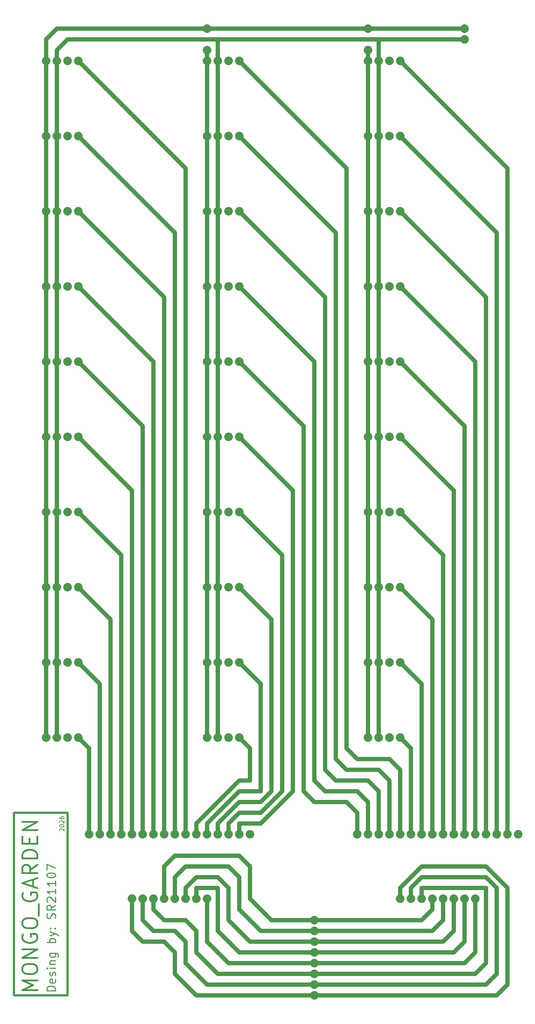
<source format=gbr>
%TF.GenerationSoftware,KiCad,Pcbnew,9.0.7*%
%TF.CreationDate,2026-02-24T13:08:20-05:00*%
%TF.ProjectId,MONGO_PCB,4d4f4e47-4f5f-4504-9342-2e6b69636164,SR211007*%
%TF.SameCoordinates,Original*%
%TF.FileFunction,Copper,L1,Top*%
%TF.FilePolarity,Positive*%
%FSLAX46Y46*%
G04 Gerber Fmt 4.6, Leading zero omitted, Abs format (unit mm)*
G04 Created by KiCad (PCBNEW 9.0.7) date 2026-02-24 13:08:20*
%MOMM*%
%LPD*%
G01*
G04 APERTURE LIST*
%TA.AperFunction,NonConductor*%
%ADD10C,0.500000*%
%TD*%
%ADD11C,0.250000*%
%TA.AperFunction,NonConductor*%
%ADD12C,0.250000*%
%TD*%
%ADD13C,0.437500*%
%TA.AperFunction,NonConductor*%
%ADD14C,0.437500*%
%TD*%
%ADD15C,0.150000*%
%TA.AperFunction,NonConductor*%
%ADD16C,0.150000*%
%TD*%
%TA.AperFunction,ComponentPad*%
%ADD17C,2.032000*%
%TD*%
%TA.AperFunction,Conductor*%
%ADD18C,1.000000*%
%TD*%
G04 APERTURE END LIST*
D10*
X12700000Y-203200000D02*
X25400000Y-203200000D01*
X25400000Y-246380000D01*
X12700000Y-246380000D01*
X12700000Y-203200000D01*
D11*
D12*
X22527805Y-245320654D02*
X20527805Y-245320654D01*
X20527805Y-245320654D02*
X20527805Y-244844464D01*
X20527805Y-244844464D02*
X20623043Y-244558749D01*
X20623043Y-244558749D02*
X20813519Y-244368273D01*
X20813519Y-244368273D02*
X21003995Y-244273035D01*
X21003995Y-244273035D02*
X21384947Y-244177797D01*
X21384947Y-244177797D02*
X21670662Y-244177797D01*
X21670662Y-244177797D02*
X22051614Y-244273035D01*
X22051614Y-244273035D02*
X22242090Y-244368273D01*
X22242090Y-244368273D02*
X22432567Y-244558749D01*
X22432567Y-244558749D02*
X22527805Y-244844464D01*
X22527805Y-244844464D02*
X22527805Y-245320654D01*
X22432567Y-242558749D02*
X22527805Y-242749225D01*
X22527805Y-242749225D02*
X22527805Y-243130178D01*
X22527805Y-243130178D02*
X22432567Y-243320654D01*
X22432567Y-243320654D02*
X22242090Y-243415892D01*
X22242090Y-243415892D02*
X21480186Y-243415892D01*
X21480186Y-243415892D02*
X21289709Y-243320654D01*
X21289709Y-243320654D02*
X21194471Y-243130178D01*
X21194471Y-243130178D02*
X21194471Y-242749225D01*
X21194471Y-242749225D02*
X21289709Y-242558749D01*
X21289709Y-242558749D02*
X21480186Y-242463511D01*
X21480186Y-242463511D02*
X21670662Y-242463511D01*
X21670662Y-242463511D02*
X21861138Y-243415892D01*
X22432567Y-241701606D02*
X22527805Y-241511130D01*
X22527805Y-241511130D02*
X22527805Y-241130178D01*
X22527805Y-241130178D02*
X22432567Y-240939701D01*
X22432567Y-240939701D02*
X22242090Y-240844463D01*
X22242090Y-240844463D02*
X22146852Y-240844463D01*
X22146852Y-240844463D02*
X21956376Y-240939701D01*
X21956376Y-240939701D02*
X21861138Y-241130178D01*
X21861138Y-241130178D02*
X21861138Y-241415892D01*
X21861138Y-241415892D02*
X21765900Y-241606368D01*
X21765900Y-241606368D02*
X21575424Y-241701606D01*
X21575424Y-241701606D02*
X21480186Y-241701606D01*
X21480186Y-241701606D02*
X21289709Y-241606368D01*
X21289709Y-241606368D02*
X21194471Y-241415892D01*
X21194471Y-241415892D02*
X21194471Y-241130178D01*
X21194471Y-241130178D02*
X21289709Y-240939701D01*
X22527805Y-239987320D02*
X21194471Y-239987320D01*
X20527805Y-239987320D02*
X20623043Y-240082558D01*
X20623043Y-240082558D02*
X20718281Y-239987320D01*
X20718281Y-239987320D02*
X20623043Y-239892082D01*
X20623043Y-239892082D02*
X20527805Y-239987320D01*
X20527805Y-239987320D02*
X20718281Y-239987320D01*
X21194471Y-239034939D02*
X22527805Y-239034939D01*
X21384947Y-239034939D02*
X21289709Y-238939701D01*
X21289709Y-238939701D02*
X21194471Y-238749225D01*
X21194471Y-238749225D02*
X21194471Y-238463510D01*
X21194471Y-238463510D02*
X21289709Y-238273034D01*
X21289709Y-238273034D02*
X21480186Y-238177796D01*
X21480186Y-238177796D02*
X22527805Y-238177796D01*
X21194471Y-236368272D02*
X22813519Y-236368272D01*
X22813519Y-236368272D02*
X23003995Y-236463510D01*
X23003995Y-236463510D02*
X23099233Y-236558748D01*
X23099233Y-236558748D02*
X23194471Y-236749225D01*
X23194471Y-236749225D02*
X23194471Y-237034939D01*
X23194471Y-237034939D02*
X23099233Y-237225415D01*
X22432567Y-236368272D02*
X22527805Y-236558748D01*
X22527805Y-236558748D02*
X22527805Y-236939701D01*
X22527805Y-236939701D02*
X22432567Y-237130177D01*
X22432567Y-237130177D02*
X22337328Y-237225415D01*
X22337328Y-237225415D02*
X22146852Y-237320653D01*
X22146852Y-237320653D02*
X21575424Y-237320653D01*
X21575424Y-237320653D02*
X21384947Y-237225415D01*
X21384947Y-237225415D02*
X21289709Y-237130177D01*
X21289709Y-237130177D02*
X21194471Y-236939701D01*
X21194471Y-236939701D02*
X21194471Y-236558748D01*
X21194471Y-236558748D02*
X21289709Y-236368272D01*
X22527805Y-233892081D02*
X20527805Y-233892081D01*
X21289709Y-233892081D02*
X21194471Y-233701605D01*
X21194471Y-233701605D02*
X21194471Y-233320652D01*
X21194471Y-233320652D02*
X21289709Y-233130176D01*
X21289709Y-233130176D02*
X21384947Y-233034938D01*
X21384947Y-233034938D02*
X21575424Y-232939700D01*
X21575424Y-232939700D02*
X22146852Y-232939700D01*
X22146852Y-232939700D02*
X22337328Y-233034938D01*
X22337328Y-233034938D02*
X22432567Y-233130176D01*
X22432567Y-233130176D02*
X22527805Y-233320652D01*
X22527805Y-233320652D02*
X22527805Y-233701605D01*
X22527805Y-233701605D02*
X22432567Y-233892081D01*
X21194471Y-232273033D02*
X22527805Y-231796843D01*
X21194471Y-231320652D02*
X22527805Y-231796843D01*
X22527805Y-231796843D02*
X23003995Y-231987319D01*
X23003995Y-231987319D02*
X23099233Y-232082557D01*
X23099233Y-232082557D02*
X23194471Y-232273033D01*
X22337328Y-230558747D02*
X22432567Y-230463509D01*
X22432567Y-230463509D02*
X22527805Y-230558747D01*
X22527805Y-230558747D02*
X22432567Y-230653985D01*
X22432567Y-230653985D02*
X22337328Y-230558747D01*
X22337328Y-230558747D02*
X22527805Y-230558747D01*
X21289709Y-230558747D02*
X21384947Y-230463509D01*
X21384947Y-230463509D02*
X21480186Y-230558747D01*
X21480186Y-230558747D02*
X21384947Y-230653985D01*
X21384947Y-230653985D02*
X21289709Y-230558747D01*
X21289709Y-230558747D02*
X21480186Y-230558747D01*
X22432567Y-228177794D02*
X22527805Y-227892080D01*
X22527805Y-227892080D02*
X22527805Y-227415889D01*
X22527805Y-227415889D02*
X22432567Y-227225413D01*
X22432567Y-227225413D02*
X22337328Y-227130175D01*
X22337328Y-227130175D02*
X22146852Y-227034937D01*
X22146852Y-227034937D02*
X21956376Y-227034937D01*
X21956376Y-227034937D02*
X21765900Y-227130175D01*
X21765900Y-227130175D02*
X21670662Y-227225413D01*
X21670662Y-227225413D02*
X21575424Y-227415889D01*
X21575424Y-227415889D02*
X21480186Y-227796842D01*
X21480186Y-227796842D02*
X21384947Y-227987318D01*
X21384947Y-227987318D02*
X21289709Y-228082556D01*
X21289709Y-228082556D02*
X21099233Y-228177794D01*
X21099233Y-228177794D02*
X20908757Y-228177794D01*
X20908757Y-228177794D02*
X20718281Y-228082556D01*
X20718281Y-228082556D02*
X20623043Y-227987318D01*
X20623043Y-227987318D02*
X20527805Y-227796842D01*
X20527805Y-227796842D02*
X20527805Y-227320651D01*
X20527805Y-227320651D02*
X20623043Y-227034937D01*
X22527805Y-225034937D02*
X21575424Y-225701604D01*
X22527805Y-226177794D02*
X20527805Y-226177794D01*
X20527805Y-226177794D02*
X20527805Y-225415889D01*
X20527805Y-225415889D02*
X20623043Y-225225413D01*
X20623043Y-225225413D02*
X20718281Y-225130175D01*
X20718281Y-225130175D02*
X20908757Y-225034937D01*
X20908757Y-225034937D02*
X21194471Y-225034937D01*
X21194471Y-225034937D02*
X21384947Y-225130175D01*
X21384947Y-225130175D02*
X21480186Y-225225413D01*
X21480186Y-225225413D02*
X21575424Y-225415889D01*
X21575424Y-225415889D02*
X21575424Y-226177794D01*
X20718281Y-224273032D02*
X20623043Y-224177794D01*
X20623043Y-224177794D02*
X20527805Y-223987318D01*
X20527805Y-223987318D02*
X20527805Y-223511127D01*
X20527805Y-223511127D02*
X20623043Y-223320651D01*
X20623043Y-223320651D02*
X20718281Y-223225413D01*
X20718281Y-223225413D02*
X20908757Y-223130175D01*
X20908757Y-223130175D02*
X21099233Y-223130175D01*
X21099233Y-223130175D02*
X21384947Y-223225413D01*
X21384947Y-223225413D02*
X22527805Y-224368270D01*
X22527805Y-224368270D02*
X22527805Y-223130175D01*
X22527805Y-221225413D02*
X22527805Y-222368270D01*
X22527805Y-221796842D02*
X20527805Y-221796842D01*
X20527805Y-221796842D02*
X20813519Y-221987318D01*
X20813519Y-221987318D02*
X21003995Y-222177794D01*
X21003995Y-222177794D02*
X21099233Y-222368270D01*
X22527805Y-219320651D02*
X22527805Y-220463508D01*
X22527805Y-219892080D02*
X20527805Y-219892080D01*
X20527805Y-219892080D02*
X20813519Y-220082556D01*
X20813519Y-220082556D02*
X21003995Y-220273032D01*
X21003995Y-220273032D02*
X21099233Y-220463508D01*
X20527805Y-218082556D02*
X20527805Y-217892079D01*
X20527805Y-217892079D02*
X20623043Y-217701603D01*
X20623043Y-217701603D02*
X20718281Y-217606365D01*
X20718281Y-217606365D02*
X20908757Y-217511127D01*
X20908757Y-217511127D02*
X21289709Y-217415889D01*
X21289709Y-217415889D02*
X21765900Y-217415889D01*
X21765900Y-217415889D02*
X22146852Y-217511127D01*
X22146852Y-217511127D02*
X22337328Y-217606365D01*
X22337328Y-217606365D02*
X22432567Y-217701603D01*
X22432567Y-217701603D02*
X22527805Y-217892079D01*
X22527805Y-217892079D02*
X22527805Y-218082556D01*
X22527805Y-218082556D02*
X22432567Y-218273032D01*
X22432567Y-218273032D02*
X22337328Y-218368270D01*
X22337328Y-218368270D02*
X22146852Y-218463508D01*
X22146852Y-218463508D02*
X21765900Y-218558746D01*
X21765900Y-218558746D02*
X21289709Y-218558746D01*
X21289709Y-218558746D02*
X20908757Y-218463508D01*
X20908757Y-218463508D02*
X20718281Y-218368270D01*
X20718281Y-218368270D02*
X20623043Y-218273032D01*
X20623043Y-218273032D02*
X20527805Y-218082556D01*
X20527805Y-216749222D02*
X20527805Y-215415889D01*
X20527805Y-215415889D02*
X22527805Y-216273032D01*
D13*
D14*
X18203495Y-245137885D02*
X14703495Y-245137885D01*
X14703495Y-245137885D02*
X17203495Y-243971219D01*
X17203495Y-243971219D02*
X14703495Y-242804552D01*
X14703495Y-242804552D02*
X18203495Y-242804552D01*
X14703495Y-240471219D02*
X14703495Y-239804552D01*
X14703495Y-239804552D02*
X14870162Y-239471219D01*
X14870162Y-239471219D02*
X15203495Y-239137885D01*
X15203495Y-239137885D02*
X15870162Y-238971219D01*
X15870162Y-238971219D02*
X17036829Y-238971219D01*
X17036829Y-238971219D02*
X17703495Y-239137885D01*
X17703495Y-239137885D02*
X18036829Y-239471219D01*
X18036829Y-239471219D02*
X18203495Y-239804552D01*
X18203495Y-239804552D02*
X18203495Y-240471219D01*
X18203495Y-240471219D02*
X18036829Y-240804552D01*
X18036829Y-240804552D02*
X17703495Y-241137885D01*
X17703495Y-241137885D02*
X17036829Y-241304552D01*
X17036829Y-241304552D02*
X15870162Y-241304552D01*
X15870162Y-241304552D02*
X15203495Y-241137885D01*
X15203495Y-241137885D02*
X14870162Y-240804552D01*
X14870162Y-240804552D02*
X14703495Y-240471219D01*
X18203495Y-237471218D02*
X14703495Y-237471218D01*
X14703495Y-237471218D02*
X18203495Y-235471218D01*
X18203495Y-235471218D02*
X14703495Y-235471218D01*
X14870162Y-231971218D02*
X14703495Y-232304551D01*
X14703495Y-232304551D02*
X14703495Y-232804551D01*
X14703495Y-232804551D02*
X14870162Y-233304551D01*
X14870162Y-233304551D02*
X15203495Y-233637885D01*
X15203495Y-233637885D02*
X15536829Y-233804551D01*
X15536829Y-233804551D02*
X16203495Y-233971218D01*
X16203495Y-233971218D02*
X16703495Y-233971218D01*
X16703495Y-233971218D02*
X17370162Y-233804551D01*
X17370162Y-233804551D02*
X17703495Y-233637885D01*
X17703495Y-233637885D02*
X18036829Y-233304551D01*
X18036829Y-233304551D02*
X18203495Y-232804551D01*
X18203495Y-232804551D02*
X18203495Y-232471218D01*
X18203495Y-232471218D02*
X18036829Y-231971218D01*
X18036829Y-231971218D02*
X17870162Y-231804551D01*
X17870162Y-231804551D02*
X16703495Y-231804551D01*
X16703495Y-231804551D02*
X16703495Y-232471218D01*
X14703495Y-229637885D02*
X14703495Y-228971218D01*
X14703495Y-228971218D02*
X14870162Y-228637885D01*
X14870162Y-228637885D02*
X15203495Y-228304551D01*
X15203495Y-228304551D02*
X15870162Y-228137885D01*
X15870162Y-228137885D02*
X17036829Y-228137885D01*
X17036829Y-228137885D02*
X17703495Y-228304551D01*
X17703495Y-228304551D02*
X18036829Y-228637885D01*
X18036829Y-228637885D02*
X18203495Y-228971218D01*
X18203495Y-228971218D02*
X18203495Y-229637885D01*
X18203495Y-229637885D02*
X18036829Y-229971218D01*
X18036829Y-229971218D02*
X17703495Y-230304551D01*
X17703495Y-230304551D02*
X17036829Y-230471218D01*
X17036829Y-230471218D02*
X15870162Y-230471218D01*
X15870162Y-230471218D02*
X15203495Y-230304551D01*
X15203495Y-230304551D02*
X14870162Y-229971218D01*
X14870162Y-229971218D02*
X14703495Y-229637885D01*
X18536829Y-227471218D02*
X18536829Y-224804551D01*
X14870162Y-222137884D02*
X14703495Y-222471217D01*
X14703495Y-222471217D02*
X14703495Y-222971217D01*
X14703495Y-222971217D02*
X14870162Y-223471217D01*
X14870162Y-223471217D02*
X15203495Y-223804551D01*
X15203495Y-223804551D02*
X15536829Y-223971217D01*
X15536829Y-223971217D02*
X16203495Y-224137884D01*
X16203495Y-224137884D02*
X16703495Y-224137884D01*
X16703495Y-224137884D02*
X17370162Y-223971217D01*
X17370162Y-223971217D02*
X17703495Y-223804551D01*
X17703495Y-223804551D02*
X18036829Y-223471217D01*
X18036829Y-223471217D02*
X18203495Y-222971217D01*
X18203495Y-222971217D02*
X18203495Y-222637884D01*
X18203495Y-222637884D02*
X18036829Y-222137884D01*
X18036829Y-222137884D02*
X17870162Y-221971217D01*
X17870162Y-221971217D02*
X16703495Y-221971217D01*
X16703495Y-221971217D02*
X16703495Y-222637884D01*
X17203495Y-220637884D02*
X17203495Y-218971217D01*
X18203495Y-220971217D02*
X14703495Y-219804551D01*
X14703495Y-219804551D02*
X18203495Y-218637884D01*
X18203495Y-215471217D02*
X16536829Y-216637884D01*
X18203495Y-217471217D02*
X14703495Y-217471217D01*
X14703495Y-217471217D02*
X14703495Y-216137884D01*
X14703495Y-216137884D02*
X14870162Y-215804551D01*
X14870162Y-215804551D02*
X15036829Y-215637884D01*
X15036829Y-215637884D02*
X15370162Y-215471217D01*
X15370162Y-215471217D02*
X15870162Y-215471217D01*
X15870162Y-215471217D02*
X16203495Y-215637884D01*
X16203495Y-215637884D02*
X16370162Y-215804551D01*
X16370162Y-215804551D02*
X16536829Y-216137884D01*
X16536829Y-216137884D02*
X16536829Y-217471217D01*
X18203495Y-213971217D02*
X14703495Y-213971217D01*
X14703495Y-213971217D02*
X14703495Y-213137884D01*
X14703495Y-213137884D02*
X14870162Y-212637884D01*
X14870162Y-212637884D02*
X15203495Y-212304551D01*
X15203495Y-212304551D02*
X15536829Y-212137884D01*
X15536829Y-212137884D02*
X16203495Y-211971217D01*
X16203495Y-211971217D02*
X16703495Y-211971217D01*
X16703495Y-211971217D02*
X17370162Y-212137884D01*
X17370162Y-212137884D02*
X17703495Y-212304551D01*
X17703495Y-212304551D02*
X18036829Y-212637884D01*
X18036829Y-212637884D02*
X18203495Y-213137884D01*
X18203495Y-213137884D02*
X18203495Y-213971217D01*
X16370162Y-210471217D02*
X16370162Y-209304551D01*
X18203495Y-208804551D02*
X18203495Y-210471217D01*
X18203495Y-210471217D02*
X14703495Y-210471217D01*
X14703495Y-210471217D02*
X14703495Y-208804551D01*
X18203495Y-207304550D02*
X14703495Y-207304550D01*
X14703495Y-207304550D02*
X18203495Y-205304550D01*
X18203495Y-205304550D02*
X14703495Y-205304550D01*
D15*
D16*
X23661052Y-207519434D02*
X23613433Y-207471815D01*
X23613433Y-207471815D02*
X23565814Y-207376577D01*
X23565814Y-207376577D02*
X23565814Y-207138482D01*
X23565814Y-207138482D02*
X23613433Y-207043244D01*
X23613433Y-207043244D02*
X23661052Y-206995625D01*
X23661052Y-206995625D02*
X23756290Y-206948006D01*
X23756290Y-206948006D02*
X23851528Y-206948006D01*
X23851528Y-206948006D02*
X23994385Y-206995625D01*
X23994385Y-206995625D02*
X24565814Y-207567053D01*
X24565814Y-207567053D02*
X24565814Y-206948006D01*
X23565814Y-206328958D02*
X23565814Y-206233720D01*
X23565814Y-206233720D02*
X23613433Y-206138482D01*
X23613433Y-206138482D02*
X23661052Y-206090863D01*
X23661052Y-206090863D02*
X23756290Y-206043244D01*
X23756290Y-206043244D02*
X23946766Y-205995625D01*
X23946766Y-205995625D02*
X24184861Y-205995625D01*
X24184861Y-205995625D02*
X24375337Y-206043244D01*
X24375337Y-206043244D02*
X24470575Y-206090863D01*
X24470575Y-206090863D02*
X24518195Y-206138482D01*
X24518195Y-206138482D02*
X24565814Y-206233720D01*
X24565814Y-206233720D02*
X24565814Y-206328958D01*
X24565814Y-206328958D02*
X24518195Y-206424196D01*
X24518195Y-206424196D02*
X24470575Y-206471815D01*
X24470575Y-206471815D02*
X24375337Y-206519434D01*
X24375337Y-206519434D02*
X24184861Y-206567053D01*
X24184861Y-206567053D02*
X23946766Y-206567053D01*
X23946766Y-206567053D02*
X23756290Y-206519434D01*
X23756290Y-206519434D02*
X23661052Y-206471815D01*
X23661052Y-206471815D02*
X23613433Y-206424196D01*
X23613433Y-206424196D02*
X23565814Y-206328958D01*
X23661052Y-205614672D02*
X23613433Y-205567053D01*
X23613433Y-205567053D02*
X23565814Y-205471815D01*
X23565814Y-205471815D02*
X23565814Y-205233720D01*
X23565814Y-205233720D02*
X23613433Y-205138482D01*
X23613433Y-205138482D02*
X23661052Y-205090863D01*
X23661052Y-205090863D02*
X23756290Y-205043244D01*
X23756290Y-205043244D02*
X23851528Y-205043244D01*
X23851528Y-205043244D02*
X23994385Y-205090863D01*
X23994385Y-205090863D02*
X24565814Y-205662291D01*
X24565814Y-205662291D02*
X24565814Y-205043244D01*
X23565814Y-204186101D02*
X23565814Y-204376577D01*
X23565814Y-204376577D02*
X23613433Y-204471815D01*
X23613433Y-204471815D02*
X23661052Y-204519434D01*
X23661052Y-204519434D02*
X23803909Y-204614672D01*
X23803909Y-204614672D02*
X23994385Y-204662291D01*
X23994385Y-204662291D02*
X24375337Y-204662291D01*
X24375337Y-204662291D02*
X24470575Y-204614672D01*
X24470575Y-204614672D02*
X24518195Y-204567053D01*
X24518195Y-204567053D02*
X24565814Y-204471815D01*
X24565814Y-204471815D02*
X24565814Y-204281339D01*
X24565814Y-204281339D02*
X24518195Y-204186101D01*
X24518195Y-204186101D02*
X24470575Y-204138482D01*
X24470575Y-204138482D02*
X24375337Y-204090863D01*
X24375337Y-204090863D02*
X24137242Y-204090863D01*
X24137242Y-204090863D02*
X24042004Y-204138482D01*
X24042004Y-204138482D02*
X23994385Y-204186101D01*
X23994385Y-204186101D02*
X23946766Y-204281339D01*
X23946766Y-204281339D02*
X23946766Y-204471815D01*
X23946766Y-204471815D02*
X23994385Y-204567053D01*
X23994385Y-204567053D02*
X24042004Y-204614672D01*
X24042004Y-204614672D02*
X24137242Y-204662291D01*
D17*
%TO.P,REF\u002A\u002A,1*%
%TO.N,N/C*%
X20320000Y-114300000D03*
%TO.P,REF\u002A\u002A,2*%
X22860000Y-114300000D03*
%TO.P,REF\u002A\u002A,3*%
X25400000Y-114300000D03*
%TO.P,REF\u002A\u002A,4*%
X27940000Y-114300000D03*
%TD*%
%TO.P,REF\u002A\u002A,1*%
%TO.N,N/C*%
X58420000Y-149860000D03*
%TO.P,REF\u002A\u002A,2*%
X60960000Y-149860000D03*
%TO.P,REF\u002A\u002A,3*%
X63500000Y-149860000D03*
%TO.P,REF\u002A\u002A,4*%
X66040000Y-149860000D03*
%TD*%
%TO.P,REF\u002A\u002A,1*%
%TO.N,N/C*%
X96520000Y-96520000D03*
%TO.P,REF\u002A\u002A,2*%
X99060000Y-96520000D03*
%TO.P,REF\u002A\u002A,3*%
X101600000Y-96520000D03*
%TO.P,REF\u002A\u002A,4*%
X104140000Y-96520000D03*
%TD*%
%TO.P,REF\u002A\u002A,1*%
%TO.N,N/C*%
X96520000Y-149860000D03*
%TO.P,REF\u002A\u002A,2*%
X99060000Y-149860000D03*
%TO.P,REF\u002A\u002A,3*%
X101600000Y-149860000D03*
%TO.P,REF\u002A\u002A,4*%
X104140000Y-149860000D03*
%TD*%
%TO.P,REF\u002A\u002A,1*%
%TO.N,N/C*%
X96520000Y-185420000D03*
%TO.P,REF\u002A\u002A,2*%
X99060000Y-185420000D03*
%TO.P,REF\u002A\u002A,3*%
X101600000Y-185420000D03*
%TO.P,REF\u002A\u002A,4*%
X104140000Y-185420000D03*
%TD*%
%TO.P,,25*%
%TO.N,N/C*%
X83820000Y-228600000D03*
%TD*%
%TO.P,REF\u002A\u002A,1*%
%TO.N,N/C*%
X58420000Y-43180000D03*
%TO.P,REF\u002A\u002A,2*%
X60960000Y-43180000D03*
%TO.P,REF\u002A\u002A,3*%
X63500000Y-43180000D03*
%TO.P,REF\u002A\u002A,4*%
X66040000Y-43180000D03*
%TD*%
%TO.P,REF\u002A\u002A,1*%
%TO.N,N/C*%
X58420000Y-96520000D03*
%TO.P,REF\u002A\u002A,2*%
X60960000Y-96520000D03*
%TO.P,REF\u002A\u002A,3*%
X63500000Y-96520000D03*
%TO.P,REF\u002A\u002A,4*%
X66040000Y-96520000D03*
%TD*%
%TO.P,REF\u002A\u002A,1*%
%TO.N,N/C*%
X20320000Y-25400000D03*
%TO.P,REF\u002A\u002A,2*%
X22860000Y-25400000D03*
%TO.P,REF\u002A\u002A,3*%
X25400000Y-25400000D03*
%TO.P,REF\u002A\u002A,4*%
X27940000Y-25400000D03*
%TD*%
%TO.P,REF\u002A\u002A,1*%
%TO.N,N/C*%
X93980000Y-208280000D03*
%TO.P,REF\u002A\u002A,2*%
X96520000Y-208280000D03*
%TO.P,REF\u002A\u002A,3*%
X99060000Y-208280000D03*
%TO.P,REF\u002A\u002A,4*%
X101600000Y-208280000D03*
%TO.P,REF\u002A\u002A,5*%
X104140000Y-208280000D03*
%TO.P,REF\u002A\u002A,6*%
X106680000Y-208280000D03*
%TO.P,REF\u002A\u002A,7*%
X109220000Y-208280000D03*
%TO.P,REF\u002A\u002A,8*%
X111760000Y-208280000D03*
%TO.P,REF\u002A\u002A,9*%
X114300000Y-208280000D03*
%TO.P,REF\u002A\u002A,10*%
X116840000Y-208280000D03*
%TO.P,REF\u002A\u002A,11*%
X119380000Y-208280000D03*
%TO.P,REF\u002A\u002A,12*%
X121920000Y-208280000D03*
%TO.P,REF\u002A\u002A,13*%
X124460000Y-208280000D03*
%TO.P,REF\u002A\u002A,14*%
X127000000Y-208280000D03*
%TO.P,REF\u002A\u002A,15*%
X129540000Y-208280000D03*
%TO.P,REF\u002A\u002A,16*%
X132080000Y-208280000D03*
%TO.P,REF\u002A\u002A,18*%
X104140000Y-223520000D03*
%TO.P,REF\u002A\u002A,19*%
X106680000Y-223520000D03*
%TO.P,REF\u002A\u002A,20*%
X109220000Y-223520000D03*
%TO.P,REF\u002A\u002A,21*%
X111760000Y-223520000D03*
%TO.P,REF\u002A\u002A,22*%
X114300000Y-223520000D03*
%TO.P,REF\u002A\u002A,23*%
X116840000Y-223520000D03*
%TO.P,REF\u002A\u002A,24*%
X119380000Y-223520000D03*
%TO.P,REF\u002A\u002A,25*%
X121920000Y-223520000D03*
%TD*%
%TO.P,,25*%
%TO.N,N/C*%
X83820000Y-233680000D03*
%TD*%
%TO.P,,25*%
%TO.N,N/C*%
X83820000Y-243840000D03*
%TD*%
%TO.P,REF\u002A\u002A,1*%
%TO.N,N/C*%
X20320000Y-149860000D03*
%TO.P,REF\u002A\u002A,2*%
X22860000Y-149860000D03*
%TO.P,REF\u002A\u002A,3*%
X25400000Y-149860000D03*
%TO.P,REF\u002A\u002A,4*%
X27940000Y-149860000D03*
%TD*%
%TO.P,,25*%
%TO.N,N/C*%
X58420000Y-22860000D03*
%TD*%
%TO.P,REF\u002A\u002A,1*%
%TO.N,N/C*%
X96520000Y-78740000D03*
%TO.P,REF\u002A\u002A,2*%
X99060000Y-78740000D03*
%TO.P,REF\u002A\u002A,3*%
X101600000Y-78740000D03*
%TO.P,REF\u002A\u002A,4*%
X104140000Y-78740000D03*
%TD*%
%TO.P,,25*%
%TO.N,N/C*%
X83820000Y-236220000D03*
%TD*%
%TO.P,,25*%
%TO.N,N/C*%
X58420000Y-17780000D03*
%TD*%
%TO.P,REF\u002A\u002A,1*%
%TO.N,N/C*%
X20320000Y-96520000D03*
%TO.P,REF\u002A\u002A,2*%
X22860000Y-96520000D03*
%TO.P,REF\u002A\u002A,3*%
X25400000Y-96520000D03*
%TO.P,REF\u002A\u002A,4*%
X27940000Y-96520000D03*
%TD*%
%TO.P,REF\u002A\u002A,1*%
%TO.N,N/C*%
X96520000Y-25400000D03*
%TO.P,REF\u002A\u002A,2*%
X99060000Y-25400000D03*
%TO.P,REF\u002A\u002A,3*%
X101600000Y-25400000D03*
%TO.P,REF\u002A\u002A,4*%
X104140000Y-25400000D03*
%TD*%
%TO.P,,25*%
%TO.N,N/C*%
X83820000Y-241300000D03*
%TD*%
%TO.P,,25*%
%TO.N,N/C*%
X96520000Y-17780000D03*
%TD*%
%TO.P,REF\u002A\u002A,1*%
%TO.N,N/C*%
X20320000Y-185420000D03*
%TO.P,REF\u002A\u002A,2*%
X22860000Y-185420000D03*
%TO.P,REF\u002A\u002A,3*%
X25400000Y-185420000D03*
%TO.P,REF\u002A\u002A,4*%
X27940000Y-185420000D03*
%TD*%
%TO.P,REF\u002A\u002A,1*%
%TO.N,N/C*%
X96520000Y-60960000D03*
%TO.P,REF\u002A\u002A,2*%
X99060000Y-60960000D03*
%TO.P,REF\u002A\u002A,3*%
X101600000Y-60960000D03*
%TO.P,REF\u002A\u002A,4*%
X104140000Y-60960000D03*
%TD*%
%TO.P,REF\u002A\u002A,1*%
%TO.N,N/C*%
X96520000Y-167640000D03*
%TO.P,REF\u002A\u002A,2*%
X99060000Y-167640000D03*
%TO.P,REF\u002A\u002A,3*%
X101600000Y-167640000D03*
%TO.P,REF\u002A\u002A,4*%
X104140000Y-167640000D03*
%TD*%
%TO.P,REF\u002A\u002A,1*%
%TO.N,N/C*%
X20320000Y-43180000D03*
%TO.P,REF\u002A\u002A,2*%
X22860000Y-43180000D03*
%TO.P,REF\u002A\u002A,3*%
X25400000Y-43180000D03*
%TO.P,REF\u002A\u002A,4*%
X27940000Y-43180000D03*
%TD*%
%TO.P,,25*%
%TO.N,N/C*%
X119380000Y-20320000D03*
%TD*%
%TO.P,REF\u002A\u002A,1*%
%TO.N,N/C*%
X20320000Y-60960000D03*
%TO.P,REF\u002A\u002A,2*%
X22860000Y-60960000D03*
%TO.P,REF\u002A\u002A,3*%
X25400000Y-60960000D03*
%TO.P,REF\u002A\u002A,4*%
X27940000Y-60960000D03*
%TD*%
%TO.P,,25*%
%TO.N,N/C*%
X96520000Y-22860000D03*
%TD*%
%TO.P,REF\u002A\u002A,1*%
%TO.N,N/C*%
X58420000Y-25400000D03*
%TO.P,REF\u002A\u002A,2*%
X60960000Y-25400000D03*
%TO.P,REF\u002A\u002A,3*%
X63500000Y-25400000D03*
%TO.P,REF\u002A\u002A,4*%
X66040000Y-25400000D03*
%TD*%
%TO.P,,25*%
%TO.N,N/C*%
X83820000Y-238760000D03*
%TD*%
%TO.P,REF\u002A\u002A,1*%
%TO.N,N/C*%
X96520000Y-43180000D03*
%TO.P,REF\u002A\u002A,2*%
X99060000Y-43180000D03*
%TO.P,REF\u002A\u002A,3*%
X101600000Y-43180000D03*
%TO.P,REF\u002A\u002A,4*%
X104140000Y-43180000D03*
%TD*%
%TO.P,,25*%
%TO.N,N/C*%
X119380000Y-17780000D03*
%TD*%
%TO.P,REF\u002A\u002A,1*%
%TO.N,N/C*%
X96520000Y-114300000D03*
%TO.P,REF\u002A\u002A,2*%
X99060000Y-114300000D03*
%TO.P,REF\u002A\u002A,3*%
X101600000Y-114300000D03*
%TO.P,REF\u002A\u002A,4*%
X104140000Y-114300000D03*
%TD*%
%TO.P,REF\u002A\u002A,1*%
%TO.N,N/C*%
X58420000Y-167640000D03*
%TO.P,REF\u002A\u002A,2*%
X60960000Y-167640000D03*
%TO.P,REF\u002A\u002A,3*%
X63500000Y-167640000D03*
%TO.P,REF\u002A\u002A,4*%
X66040000Y-167640000D03*
%TD*%
%TO.P,REF\u002A\u002A,1*%
%TO.N,N/C*%
X20320000Y-78740000D03*
%TO.P,REF\u002A\u002A,2*%
X22860000Y-78740000D03*
%TO.P,REF\u002A\u002A,3*%
X25400000Y-78740000D03*
%TO.P,REF\u002A\u002A,4*%
X27940000Y-78740000D03*
%TD*%
%TO.P,REF\u002A\u002A,1*%
%TO.N,N/C*%
X20320000Y-167640000D03*
%TO.P,REF\u002A\u002A,2*%
X22860000Y-167640000D03*
%TO.P,REF\u002A\u002A,3*%
X25400000Y-167640000D03*
%TO.P,REF\u002A\u002A,4*%
X27940000Y-167640000D03*
%TD*%
%TO.P,REF\u002A\u002A,1*%
%TO.N,N/C*%
X58420000Y-132080000D03*
%TO.P,REF\u002A\u002A,2*%
X60960000Y-132080000D03*
%TO.P,REF\u002A\u002A,3*%
X63500000Y-132080000D03*
%TO.P,REF\u002A\u002A,4*%
X66040000Y-132080000D03*
%TD*%
%TO.P,REF\u002A\u002A,1*%
%TO.N,N/C*%
X30480000Y-208280000D03*
%TO.P,REF\u002A\u002A,2*%
X33020000Y-208280000D03*
%TO.P,REF\u002A\u002A,3*%
X35560000Y-208280000D03*
%TO.P,REF\u002A\u002A,4*%
X38100000Y-208280000D03*
%TO.P,REF\u002A\u002A,5*%
X40640000Y-208280000D03*
%TO.P,REF\u002A\u002A,6*%
X43180000Y-208280000D03*
%TO.P,REF\u002A\u002A,7*%
X45720000Y-208280000D03*
%TO.P,REF\u002A\u002A,8*%
X48260000Y-208280000D03*
%TO.P,REF\u002A\u002A,9*%
X50800000Y-208280000D03*
%TO.P,REF\u002A\u002A,10*%
X53340000Y-208280000D03*
%TO.P,REF\u002A\u002A,11*%
X55880000Y-208280000D03*
%TO.P,REF\u002A\u002A,12*%
X58420000Y-208280000D03*
%TO.P,REF\u002A\u002A,13*%
X60960000Y-208280000D03*
%TO.P,REF\u002A\u002A,14*%
X63500000Y-208280000D03*
%TO.P,REF\u002A\u002A,15*%
X66040000Y-208280000D03*
%TO.P,REF\u002A\u002A,16*%
X68580000Y-208280000D03*
%TO.P,REF\u002A\u002A,18*%
X40640000Y-223520000D03*
%TO.P,REF\u002A\u002A,19*%
X43180000Y-223520000D03*
%TO.P,REF\u002A\u002A,20*%
X45720000Y-223520000D03*
%TO.P,REF\u002A\u002A,21*%
X48260000Y-223520000D03*
%TO.P,REF\u002A\u002A,22*%
X50800000Y-223520000D03*
%TO.P,REF\u002A\u002A,23*%
X53340000Y-223520000D03*
%TO.P,REF\u002A\u002A,24*%
X55880000Y-223520000D03*
%TO.P,REF\u002A\u002A,25*%
X58420000Y-223520000D03*
%TD*%
%TO.P,REF\u002A\u002A,1*%
%TO.N,N/C*%
X20320000Y-132080000D03*
%TO.P,REF\u002A\u002A,2*%
X22860000Y-132080000D03*
%TO.P,REF\u002A\u002A,3*%
X25400000Y-132080000D03*
%TO.P,REF\u002A\u002A,4*%
X27940000Y-132080000D03*
%TD*%
%TO.P,REF\u002A\u002A,1*%
%TO.N,N/C*%
X58420000Y-60960000D03*
%TO.P,REF\u002A\u002A,2*%
X60960000Y-60960000D03*
%TO.P,REF\u002A\u002A,3*%
X63500000Y-60960000D03*
%TO.P,REF\u002A\u002A,4*%
X66040000Y-60960000D03*
%TD*%
%TO.P,,25*%
%TO.N,N/C*%
X83820000Y-231140000D03*
%TD*%
%TO.P,,25*%
%TO.N,N/C*%
X83820000Y-246380000D03*
%TD*%
%TO.P,REF\u002A\u002A,1*%
%TO.N,N/C*%
X58420000Y-185420000D03*
%TO.P,REF\u002A\u002A,2*%
X60960000Y-185420000D03*
%TO.P,REF\u002A\u002A,3*%
X63500000Y-185420000D03*
%TO.P,REF\u002A\u002A,4*%
X66040000Y-185420000D03*
%TD*%
%TO.P,REF\u002A\u002A,1*%
%TO.N,N/C*%
X96520000Y-132080000D03*
%TO.P,REF\u002A\u002A,2*%
X99060000Y-132080000D03*
%TO.P,REF\u002A\u002A,3*%
X101600000Y-132080000D03*
%TO.P,REF\u002A\u002A,4*%
X104140000Y-132080000D03*
%TD*%
%TO.P,REF\u002A\u002A,1*%
%TO.N,N/C*%
X58420000Y-114300000D03*
%TO.P,REF\u002A\u002A,2*%
X60960000Y-114300000D03*
%TO.P,REF\u002A\u002A,3*%
X63500000Y-114300000D03*
%TO.P,REF\u002A\u002A,4*%
X66040000Y-114300000D03*
%TD*%
%TO.P,REF\u002A\u002A,1*%
%TO.N,N/C*%
X58420000Y-78740000D03*
%TO.P,REF\u002A\u002A,2*%
X60960000Y-78740000D03*
%TO.P,REF\u002A\u002A,3*%
X63500000Y-78740000D03*
%TO.P,REF\u002A\u002A,4*%
X66040000Y-78740000D03*
%TD*%
D18*
%TO.N,*%
X104140000Y-223520000D02*
X104140000Y-220980000D01*
X96520000Y-60960000D02*
X96520000Y-43180000D01*
X55880000Y-205740000D02*
X55880000Y-208280000D01*
X55880000Y-246380000D02*
X50800000Y-241300000D01*
X124460000Y-81280000D02*
X104140000Y-60960000D01*
X60960000Y-185420000D02*
X60960000Y-167640000D01*
X93980000Y-198120000D02*
X96520000Y-200660000D01*
X99060000Y-149860000D02*
X99060000Y-167640000D01*
X58420000Y-243840000D02*
X53340000Y-238760000D01*
X58420000Y-205740000D02*
X58420000Y-208280000D01*
X121920000Y-241300000D02*
X60960000Y-241300000D01*
X104140000Y-220980000D02*
X109220000Y-215900000D01*
X109220000Y-218440000D02*
X124460000Y-218440000D01*
X27940000Y-132080000D02*
X38100000Y-142240000D01*
X50800000Y-218440000D02*
X50800000Y-223520000D01*
X116840000Y-223520000D02*
X116840000Y-231140000D01*
X60960000Y-205740000D02*
X60960000Y-208280000D01*
X76200000Y-142240000D02*
X76200000Y-198120000D01*
X96520000Y-78740000D02*
X96520000Y-96520000D01*
X45720000Y-96520000D02*
X45720000Y-208280000D01*
X27940000Y-167640000D02*
X33020000Y-172720000D01*
X121920000Y-236220000D02*
X121920000Y-223520000D01*
X109220000Y-215900000D02*
X124460000Y-215900000D01*
X99060000Y-198120000D02*
X99060000Y-208280000D01*
X99060000Y-20320000D02*
X119380000Y-20320000D01*
X116840000Y-17780000D02*
X119380000Y-17780000D01*
X20320000Y-114300000D02*
X20320000Y-132080000D01*
X81280000Y-198120000D02*
X81280000Y-111760000D01*
X60960000Y-149860000D02*
X60960000Y-167640000D01*
X38100000Y-142240000D02*
X38100000Y-208280000D01*
X48260000Y-81280000D02*
X48260000Y-208280000D01*
X99060000Y-43180000D02*
X99060000Y-60960000D01*
X50800000Y-231140000D02*
X45720000Y-231140000D01*
X66040000Y-43180000D02*
X88900000Y-66040000D01*
X20320000Y-78740000D02*
X20320000Y-60960000D01*
X129540000Y-220980000D02*
X129540000Y-243840000D01*
X66040000Y-132080000D02*
X76200000Y-142240000D01*
X40640000Y-231140000D02*
X40640000Y-223520000D01*
X99060000Y-25400000D02*
X99060000Y-20320000D01*
X99060000Y-25400000D02*
X99060000Y-43180000D01*
X93980000Y-203200000D02*
X91440000Y-200660000D01*
X99060000Y-193040000D02*
X101600000Y-195580000D01*
X104140000Y-43180000D02*
X127000000Y-66040000D01*
X99060000Y-96520000D02*
X99060000Y-114300000D01*
X68580000Y-187960000D02*
X68580000Y-195580000D01*
X58420000Y-223520000D02*
X58420000Y-233680000D01*
X20320000Y-60960000D02*
X20320000Y-43180000D01*
X71120000Y-200660000D02*
X66040000Y-200660000D01*
X96520000Y-43180000D02*
X96520000Y-25400000D01*
X96520000Y-200660000D02*
X96520000Y-208280000D01*
X53340000Y-233680000D02*
X50800000Y-231140000D01*
X43180000Y-228600000D02*
X43180000Y-223520000D01*
X101600000Y-195580000D02*
X101600000Y-208280000D01*
X58420000Y-114300000D02*
X58420000Y-132080000D01*
X86360000Y-81280000D02*
X86360000Y-193040000D01*
X66040000Y-114300000D02*
X78740000Y-127000000D01*
X22860000Y-78740000D02*
X22860000Y-96520000D01*
X27940000Y-185420000D02*
X30480000Y-187960000D01*
X20320000Y-96520000D02*
X20320000Y-114300000D01*
X20320000Y-43180000D02*
X20320000Y-25400000D01*
X127000000Y-241300000D02*
X124460000Y-243840000D01*
X96520000Y-195580000D02*
X99060000Y-198120000D01*
X48260000Y-233680000D02*
X43180000Y-233680000D01*
X111760000Y-226060000D02*
X109220000Y-228600000D01*
X22860000Y-149860000D02*
X22860000Y-167640000D01*
X66040000Y-149860000D02*
X73660000Y-157480000D01*
X109220000Y-228600000D02*
X73660000Y-228600000D01*
X50800000Y-236220000D02*
X48260000Y-233680000D01*
X53340000Y-228600000D02*
X48260000Y-228600000D01*
X127000000Y-246380000D02*
X55880000Y-246380000D01*
X93980000Y-208280000D02*
X93980000Y-203200000D01*
X106680000Y-187960000D02*
X106680000Y-208280000D01*
X60960000Y-60960000D02*
X60960000Y-78740000D01*
X45720000Y-231140000D02*
X43180000Y-228600000D01*
X91440000Y-187960000D02*
X93980000Y-190500000D01*
X124460000Y-243840000D02*
X58420000Y-243840000D01*
X76200000Y-198120000D02*
X71120000Y-203200000D01*
X114300000Y-208280000D02*
X114300000Y-142240000D01*
X66040000Y-226060000D02*
X66040000Y-218440000D01*
X55880000Y-223520000D02*
X55880000Y-220980000D01*
X60960000Y-78740000D02*
X60960000Y-96520000D01*
X27940000Y-60960000D02*
X48260000Y-81280000D01*
X93980000Y-190500000D02*
X101600000Y-190500000D01*
X124460000Y-208280000D02*
X124460000Y-81280000D01*
X99060000Y-185420000D02*
X99060000Y-167640000D01*
X22860000Y-43180000D02*
X22860000Y-60960000D01*
X22860000Y-132080000D02*
X22860000Y-114300000D01*
X116840000Y-231140000D02*
X114300000Y-233680000D01*
X22860000Y-60960000D02*
X22860000Y-78740000D01*
X58420000Y-25400000D02*
X58420000Y-22860000D01*
X58420000Y-96520000D02*
X58420000Y-114300000D01*
X88900000Y-66040000D02*
X88900000Y-190500000D01*
X86360000Y-193040000D02*
X88900000Y-195580000D01*
X124460000Y-218440000D02*
X127000000Y-220980000D01*
X22860000Y-132080000D02*
X22860000Y-149860000D01*
X81280000Y-111760000D02*
X66040000Y-96520000D01*
X124460000Y-220980000D02*
X124460000Y-238760000D01*
X22860000Y-25400000D02*
X22860000Y-43180000D01*
X60960000Y-25400000D02*
X60960000Y-43180000D01*
X27940000Y-114300000D02*
X40640000Y-127000000D01*
X73660000Y-157480000D02*
X73660000Y-198120000D01*
X50800000Y-213360000D02*
X48260000Y-215900000D01*
X25400000Y-20320000D02*
X60960000Y-20320000D01*
X63500000Y-238760000D02*
X119380000Y-238760000D01*
X66040000Y-25400000D02*
X91440000Y-50800000D01*
X60960000Y-241300000D02*
X55880000Y-236220000D01*
X96520000Y-114300000D02*
X96520000Y-132080000D01*
X88900000Y-190500000D02*
X91440000Y-193040000D01*
X66040000Y-198120000D02*
X58420000Y-205740000D01*
X63500000Y-228600000D02*
X63500000Y-220980000D01*
X53340000Y-238760000D02*
X53340000Y-233680000D01*
X99060000Y-78740000D02*
X99060000Y-96520000D01*
X109220000Y-223520000D02*
X109220000Y-220980000D01*
X66040000Y-185420000D02*
X68580000Y-187960000D01*
X68580000Y-223520000D02*
X68580000Y-215900000D01*
X86360000Y-198120000D02*
X93980000Y-198120000D01*
X96520000Y-78740000D02*
X96520000Y-60960000D01*
X111760000Y-223520000D02*
X111760000Y-226060000D01*
X50800000Y-241300000D02*
X50800000Y-236220000D01*
X48260000Y-215900000D02*
X48260000Y-223520000D01*
X30480000Y-187960000D02*
X30480000Y-208280000D01*
X114300000Y-223520000D02*
X114300000Y-228600000D01*
X66040000Y-203200000D02*
X63500000Y-205740000D01*
X63500000Y-220980000D02*
X60960000Y-218440000D01*
X78740000Y-198120000D02*
X71120000Y-205740000D01*
X27940000Y-149860000D02*
X35560000Y-157480000D01*
X116840000Y-236220000D02*
X119380000Y-233680000D01*
X66040000Y-218440000D02*
X63500000Y-215900000D01*
X121920000Y-96520000D02*
X121920000Y-208280000D01*
X91440000Y-50800000D02*
X91440000Y-187960000D01*
X104140000Y-114300000D02*
X116840000Y-127000000D01*
X68580000Y-215900000D02*
X66040000Y-213360000D01*
X104140000Y-193040000D02*
X104140000Y-208280000D01*
X109220000Y-220980000D02*
X124460000Y-220980000D01*
X63500000Y-205740000D02*
X63500000Y-208280000D01*
X27940000Y-25400000D02*
X53340000Y-50800000D01*
X20320000Y-185420000D02*
X20320000Y-167640000D01*
X114300000Y-142240000D02*
X104140000Y-132080000D01*
X71120000Y-203200000D02*
X66040000Y-203200000D01*
X53340000Y-50800000D02*
X53340000Y-208280000D01*
X58420000Y-78740000D02*
X58420000Y-60960000D01*
X66040000Y-167640000D02*
X71120000Y-172720000D01*
X58420000Y-149860000D02*
X58420000Y-132080000D01*
X109220000Y-172720000D02*
X104140000Y-167640000D01*
X63500000Y-215900000D02*
X53340000Y-215900000D01*
X60960000Y-218440000D02*
X55880000Y-218440000D01*
X119380000Y-233680000D02*
X119380000Y-223520000D01*
X50800000Y-66040000D02*
X50800000Y-208280000D01*
X66040000Y-205740000D02*
X66040000Y-208280000D01*
X27940000Y-96520000D02*
X43180000Y-111760000D01*
X119380000Y-111760000D02*
X104140000Y-96520000D01*
X127000000Y-220980000D02*
X127000000Y-241300000D01*
X104140000Y-185420000D02*
X106680000Y-187960000D01*
X68580000Y-195580000D02*
X66040000Y-195580000D01*
X71120000Y-172720000D02*
X71120000Y-198120000D01*
X33020000Y-172720000D02*
X33020000Y-208280000D01*
X58420000Y-43180000D02*
X58420000Y-25400000D01*
X60960000Y-231140000D02*
X66040000Y-236220000D01*
X83820000Y-195580000D02*
X86360000Y-198120000D01*
X55880000Y-231140000D02*
X53340000Y-228600000D01*
X119380000Y-238760000D02*
X121920000Y-236220000D01*
X66040000Y-236220000D02*
X116840000Y-236220000D01*
X66040000Y-60960000D02*
X86360000Y-81280000D01*
X119380000Y-208280000D02*
X119380000Y-111760000D01*
X22860000Y-96520000D02*
X22860000Y-114300000D01*
X83820000Y-200660000D02*
X81280000Y-198120000D01*
X96520000Y-185420000D02*
X96520000Y-167640000D01*
X27940000Y-78740000D02*
X45720000Y-96520000D01*
X43180000Y-111760000D02*
X43180000Y-208280000D01*
X60960000Y-132080000D02*
X60960000Y-149860000D01*
X58420000Y-185420000D02*
X58420000Y-167640000D01*
X127000000Y-66040000D02*
X127000000Y-208280000D01*
X106680000Y-223520000D02*
X106680000Y-220980000D01*
X27940000Y-43180000D02*
X50800000Y-66040000D01*
X129540000Y-243840000D02*
X127000000Y-246380000D01*
X109220000Y-208280000D02*
X109220000Y-172720000D01*
X58420000Y-233680000D02*
X63500000Y-238760000D01*
X73660000Y-198120000D02*
X71120000Y-200660000D01*
X60960000Y-43180000D02*
X60960000Y-60960000D01*
X20320000Y-20320000D02*
X22860000Y-17780000D01*
X99060000Y-60960000D02*
X99060000Y-78740000D01*
X53340000Y-220980000D02*
X53340000Y-223520000D01*
X114300000Y-228600000D02*
X111760000Y-231140000D01*
X88900000Y-195580000D02*
X96520000Y-195580000D01*
X129540000Y-208280000D02*
X129540000Y-50800000D01*
X91440000Y-200660000D02*
X83820000Y-200660000D01*
X66040000Y-78740000D02*
X83820000Y-96520000D01*
X71120000Y-231140000D02*
X66040000Y-226060000D01*
X99060000Y-132080000D02*
X99060000Y-114300000D01*
X129540000Y-50800000D02*
X104140000Y-25400000D01*
X96520000Y-167640000D02*
X96520000Y-149860000D01*
X66040000Y-200660000D02*
X60960000Y-205740000D01*
X111760000Y-231140000D02*
X71120000Y-231140000D01*
X58420000Y-167640000D02*
X58420000Y-149860000D01*
X99060000Y-132080000D02*
X99060000Y-149860000D01*
X96520000Y-22860000D02*
X96520000Y-25400000D01*
X60960000Y-96520000D02*
X60960000Y-114300000D01*
X40640000Y-127000000D02*
X40640000Y-208280000D01*
X53340000Y-215900000D02*
X50800000Y-218440000D01*
X73660000Y-228600000D02*
X68580000Y-223520000D01*
X104140000Y-149860000D02*
X111760000Y-157480000D01*
X58420000Y-78740000D02*
X58420000Y-96520000D01*
X55880000Y-220980000D02*
X60960000Y-220980000D01*
X68580000Y-233680000D02*
X63500000Y-228600000D01*
X48260000Y-228600000D02*
X45720000Y-226060000D01*
X60960000Y-25400000D02*
X60960000Y-20320000D01*
X101600000Y-190500000D02*
X104140000Y-193040000D01*
X114300000Y-233680000D02*
X68580000Y-233680000D01*
X60960000Y-20320000D02*
X99060000Y-20320000D01*
X22860000Y-22860000D02*
X25400000Y-20320000D01*
X60960000Y-132080000D02*
X60960000Y-114300000D01*
X60960000Y-220980000D02*
X60960000Y-231140000D01*
X71120000Y-205740000D02*
X66040000Y-205740000D01*
X58420000Y-60960000D02*
X58420000Y-43180000D01*
X66040000Y-195580000D02*
X55880000Y-205740000D01*
X45720000Y-226060000D02*
X45720000Y-223520000D01*
X83820000Y-96520000D02*
X83820000Y-195580000D01*
X22860000Y-17780000D02*
X116840000Y-17780000D01*
X96520000Y-149860000D02*
X96520000Y-132080000D01*
X78740000Y-127000000D02*
X78740000Y-198120000D01*
X55880000Y-218440000D02*
X53340000Y-220980000D01*
X124460000Y-238760000D02*
X121920000Y-241300000D01*
X43180000Y-233680000D02*
X40640000Y-231140000D01*
X20320000Y-78740000D02*
X20320000Y-96520000D01*
X20320000Y-167640000D02*
X20320000Y-149860000D01*
X104140000Y-78740000D02*
X121920000Y-96520000D01*
X66040000Y-213360000D02*
X50800000Y-213360000D01*
X96520000Y-96520000D02*
X96520000Y-114300000D01*
X55880000Y-236220000D02*
X55880000Y-231140000D01*
X20320000Y-149860000D02*
X20320000Y-132080000D01*
X71120000Y-198120000D02*
X66040000Y-198120000D01*
X35560000Y-157480000D02*
X35560000Y-208280000D01*
X106680000Y-220980000D02*
X109220000Y-218440000D01*
X22860000Y-185420000D02*
X22860000Y-167640000D01*
X124460000Y-215900000D02*
X129540000Y-220980000D01*
X111760000Y-157480000D02*
X111760000Y-208280000D01*
X20320000Y-25400000D02*
X20320000Y-20320000D01*
X22860000Y-25400000D02*
X22860000Y-22860000D01*
X116840000Y-127000000D02*
X116840000Y-208280000D01*
X91440000Y-193040000D02*
X99060000Y-193040000D01*
%TD*%
M02*

</source>
